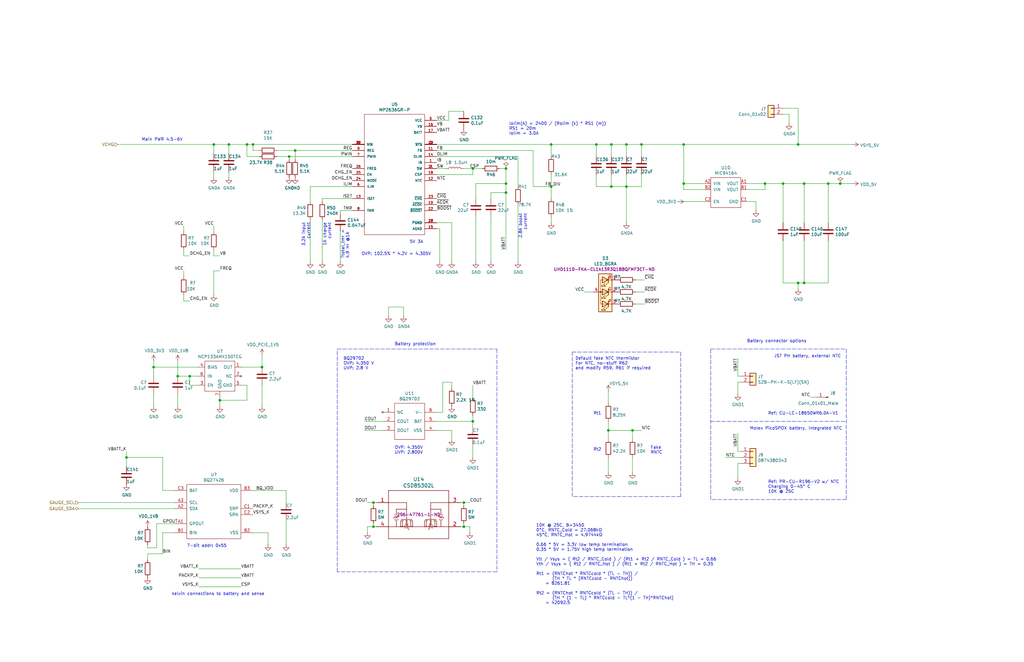
<source format=kicad_sch>
(kicad_sch (version 20231120) (generator "eeschema") (generator_version "8.0")
  (paper "USLedger")
  (title_block (title "kimχ micro") (date "2024-12-19") (rev "1.0") (company "GroupGets, LLC") (comment 2 "https://www.ohwr.org/project/cernohl/wikis/Documents/CERN-OHL-version-2") (comment 3 "Licensed CERN-OHL-S V.2") (comment 4 "Copyright © 2020 GroupGets, LLC"))
  (junction (at 288.29 60.96))
  (junction (at 339.09 119.38))
  (junction (at 92.71 168.91))
  (junction (at 110.49 154.94))
  (junction (at 213.36 77.47))
  (junction (at 264.16 78.74))
  (junction (at 322.58 77.47))
  (junction (at 121.92 66.04))
  (junction (at 64.77 154.94))
  (junction (at 157.48 222.25))
  (junction (at 349.25 77.47))
  (junction (at 106.68 60.96))
  (junction (at 96.52 60.96))
  (junction (at 199.39 71.12))
  (junction (at 257.81 78.74))
  (junction (at 270.51 60.96))
  (junction (at 232.41 60.96))
  (junction (at 213.36 81.28))
  (junction (at 195.58 222.25))
  (junction (at 256.54 181.61))
  (junction (at 354.33 77.47))
  (junction (at 199.39 177.8))
  (junction (at 257.81 60.96))
  (junction (at 195.58 212.09))
  (junction (at 288.29 77.47))
  (junction (at 53.34 193.04))
  (junction (at 339.09 77.47))
  (junction (at 124.46 63.5))
  (junction (at 74.93 158.75))
  (junction (at 90.17 60.96))
  (junction (at 232.41 78.74))
  (junction (at 336.55 119.38))
  (junction (at 213.36 71.12))
  (junction (at 251.46 60.96))
  (junction (at 157.48 212.09))
  (junction (at 80.01 158.75))
  (junction (at 336.55 60.96))
  (junction (at 104.14 60.96))
  (junction (at 330.2 77.47))
  (junction (at 266.7 181.61))
  (junction (at 264.16 60.96))
  (wire (pts (xy 218.44 110.49) (xy 218.44 86.36)))
  (wire (pts (xy 120.65 229.87) (xy 120.65 219.71)))
  (wire (pts (xy 110.49 154.94) (xy 101.6 154.94)))
  (polyline (pts (xy 299.72 147.32) (xy 356.87 147.32)) (stroke (width 0) (type dash)))
  (wire (pts (xy 251.46 60.96) (xy 257.81 60.96)))
  (wire (pts (xy 257.81 60.96) (xy 264.16 60.96)))
  (wire (pts (xy 157.48 222.25) (xy 158.75 222.25)))
  (wire (pts (xy 77.47 95.25) (xy 77.47 97.79)))
  (wire (pts (xy 148.59 66.04) (xy 121.92 66.04)))
  (wire (pts (xy 322.58 77.47) (xy 330.2 77.47)))
  (wire (pts (xy 200.66 91.44) (xy 200.66 110.49)))
  (wire (pts (xy 110.49 149.86) (xy 110.49 154.94)))
  (wire (pts (xy 189.23 46.99) (xy 195.58 46.99)))
  (wire (pts (xy 90.17 114.3) (xy 90.17 124.46)))
  (wire (pts (xy 74.93 171.45) (xy 74.93 166.37)))
  (wire (pts (xy 330.2 93.98) (xy 330.2 77.47)))
  (wire (pts (xy 101.6 162.56) (xy 104.14 162.56)))
  (wire (pts (xy 199.39 177.8) (xy 199.39 175.26)))
  (wire (pts (xy 339.09 119.38) (xy 336.55 119.38)))
  (wire (pts (xy 130.81 78.74) (xy 130.81 85.09)))
  (wire (pts (xy 199.39 71.12) (xy 203.2 71.12)))
  (wire (pts (xy 186.69 161.29) (xy 190.5 161.29)))
  (wire (pts (xy 106.68 63.5) (xy 106.68 60.96)))
  (polyline (pts (xy 209.55 147.32) (xy 209.55 241.3)) (stroke (width 0) (type dash)))
  (wire (pts (xy 92.71 107.95) (xy 90.17 107.95)))
  (wire (pts (xy 80.01 127) (xy 77.47 127)))
  (wire (pts (xy 92.71 171.45) (xy 92.71 168.91)))
  (wire (pts (xy 270.51 78.74) (xy 270.51 73.66)))
  (wire (pts (xy 96.52 60.96) (xy 104.14 60.96)))
  (wire (pts (xy 143.51 110.49) (xy 143.51 97.79)))
  (wire (pts (xy 190.5 110.49) (xy 190.5 93.98)))
  (wire (pts (xy 297.18 77.47) (xy 288.29 77.47)))
  (wire (pts (xy 257.81 78.74) (xy 251.46 78.74)))
  (polyline (pts (xy 241.3 148.59) (xy 287.02 148.59)) (stroke (width 0) (type dash)))
  (wire (pts (xy 184.15 50.8) (xy 189.23 50.8)))
  (wire (pts (xy 120.65 207.01) (xy 120.65 212.09)))
  (wire (pts (xy 143.51 88.9) (xy 143.51 90.17)))
  (wire (pts (xy 264.16 66.04) (xy 264.16 60.96)))
  (wire (pts (xy 190.5 185.42) (xy 190.5 181.61)))
  (wire (pts (xy 80.01 162.56) (xy 83.82 162.56)))
  (wire (pts (xy 256.54 185.42) (xy 256.54 181.61)))
  (wire (pts (xy 311.15 161.29) (xy 312.42 161.29)))
  (wire (pts (xy 288.29 60.96) (xy 336.55 60.96)))
  (wire (pts (xy 271.78 123.19) (xy 267.97 123.19)))
  (wire (pts (xy 195.58 222.25) (xy 194.31 222.25)))
  (wire (pts (xy 285.75 85.09) (xy 297.18 85.09)))
  (wire (pts (xy 359.41 60.96) (xy 336.55 60.96)))
  (wire (pts (xy 195.58 71.12) (xy 199.39 71.12)))
  (wire (pts (xy 90.17 64.77) (xy 90.17 60.96)))
  (wire (pts (xy 92.71 114.3) (xy 90.17 114.3)))
  (wire (pts (xy 90.17 97.79) (xy 90.17 95.25)))
  (wire (pts (xy 332.74 52.07) (xy 332.74 48.26)))
  (wire (pts (xy 49.53 60.96) (xy 90.17 60.96)))
  (wire (pts (xy 232.41 60.96) (xy 232.41 66.04)))
  (wire (pts (xy 266.7 199.39) (xy 266.7 193.04)))
  (polyline (pts (xy 209.55 241.3) (xy 142.24 241.3)) (stroke (width 0) (type dash)))
  (wire (pts (xy 83.82 247.65) (xy 101.6 247.65)))
  (wire (pts (xy 200.66 77.47) (xy 200.66 83.82)))
  (wire (pts (xy 199.39 71.12) (xy 199.39 73.66)))
  (wire (pts (xy 311.15 158.75) (xy 312.42 158.75)))
  (wire (pts (xy 154.94 222.25) (xy 157.48 222.25)))
  (wire (pts (xy 148.59 88.9) (xy 143.51 88.9)))
  (wire (pts (xy 199.39 162.56) (xy 199.39 167.64)))
  (wire (pts (xy 318.77 88.9) (xy 318.77 85.09)))
  (wire (pts (xy 359.41 77.47) (xy 354.33 77.47)))
  (wire (pts (xy 124.46 63.5) (xy 116.84 63.5)))
  (wire (pts (xy 264.16 78.74) (xy 270.51 78.74)))
  (wire (pts (xy 135.89 83.82) (xy 135.89 85.09)))
  (wire (pts (xy 349.25 101.6) (xy 349.25 119.38)))
  (wire (pts (xy 106.68 207.01) (xy 120.65 207.01)))
  (wire (pts (xy 198.12 222.25) (xy 195.58 222.25)))
  (wire (pts (xy 64.77 171.45) (xy 64.77 166.37)))
  (wire (pts (xy 332.74 48.26) (xy 330.2 48.26)))
  (wire (pts (xy 154.94 212.09) (xy 157.48 212.09)))
  (wire (pts (xy 200.66 77.47) (xy 213.36 77.47)))
  (wire (pts (xy 336.55 45.72) (xy 336.55 60.96)))
  (wire (pts (xy 154.94 224.79) (xy 154.94 222.25)))
  (wire (pts (xy 77.47 107.95) (xy 80.01 107.95)))
  (wire (pts (xy 153.67 181.61) (xy 161.29 181.61)))
  (wire (pts (xy 311.15 201.93) (xy 311.15 195.58)))
  (wire (pts (xy 267.97 118.11) (xy 271.78 118.11)))
  (wire (pts (xy 74.93 152.4) (xy 74.93 158.75)))
  (wire (pts (xy 157.48 213.36) (xy 157.48 212.09)))
  (wire (pts (xy 256.54 165.1) (xy 256.54 170.18)))
  (wire (pts (xy 257.81 78.74) (xy 264.16 78.74)))
  (wire (pts (xy 90.17 107.95) (xy 90.17 105.41)))
  (wire (pts (xy 83.82 240.03) (xy 101.6 240.03)))
  (wire (pts (xy 339.09 93.98) (xy 339.09 77.47)))
  (wire (pts (xy 184.15 60.96) (xy 232.41 60.96)))
  (wire (pts (xy 266.7 181.61) (xy 266.7 185.42)))
  (wire (pts (xy 264.16 73.66) (xy 264.16 78.74)))
  (wire (pts (xy 318.77 85.09) (xy 314.96 85.09)))
  (wire (pts (xy 157.48 220.98) (xy 157.48 222.25)))
  (wire (pts (xy 336.55 119.38) (xy 330.2 119.38)))
  (wire (pts (xy 339.09 77.47) (xy 330.2 77.47)))
  (wire (pts (xy 232.41 60.96) (xy 251.46 60.96)))
  (wire (pts (xy 104.14 66.04) (xy 104.14 60.96)))
  (wire (pts (xy 266.7 181.61) (xy 256.54 181.61)))
  (wire (pts (xy 251.46 66.04) (xy 251.46 60.96)))
  (wire (pts (xy 106.68 224.79) (xy 113.03 224.79)))
  (wire (pts (xy 104.14 162.56) (xy 104.14 168.91)))
  (wire (pts (xy 163.83 133.35) (xy 163.83 129.54)))
  (wire (pts (xy 148.59 83.82) (xy 135.89 83.82)))
  (wire (pts (xy 224.79 63.5) (xy 184.15 63.5)))
  (wire (pts (xy 62.23 231.14) (xy 66.04 231.14)))
  (wire (pts (xy 153.67 177.8) (xy 161.29 177.8)))
  (wire (pts (xy 113.03 224.79) (xy 113.03 229.87)))
  (wire (pts (xy 90.17 74.93) (xy 90.17 72.39)))
  (wire (pts (xy 264.16 60.96) (xy 270.51 60.96)))
  (wire (pts (xy 198.12 212.09) (xy 195.58 212.09)))
  (polyline (pts (xy 241.3 209.55) (xy 241.3 148.59)) (stroke (width 0) (type dash)))
  (polyline (pts (xy 356.87 210.82) (xy 299.72 210.82)) (stroke (width 0) (type dash)))
  (wire (pts (xy 207.01 83.82) (xy 207.01 81.28)))
  (wire (pts (xy 190.5 161.29) (xy 190.5 163.83)))
  (wire (pts (xy 349.25 77.47) (xy 339.09 77.47)))
  (wire (pts (xy 186.69 173.99) (xy 186.69 161.29)))
  (polyline (pts (xy 142.24 147.32) (xy 209.55 147.32)) (stroke (width 0) (type dash)))
  (wire (pts (xy 80.01 158.75) (xy 80.01 162.56)))
  (wire (pts (xy 314.96 80.01) (xy 322.58 80.01)))
  (wire (pts (xy 77.47 105.41) (xy 77.47 107.95)))
  (polyline (pts (xy 299.72 177.8) (xy 356.87 177.8)) (stroke (width 0) (type dash)))
  (wire (pts (xy 92.71 168.91) (xy 92.71 167.64)))
  (wire (pts (xy 83.82 243.84) (xy 101.6 243.84)))
  (wire (pts (xy 207.01 81.28) (xy 213.36 81.28)))
  (wire (pts (xy 130.81 110.49) (xy 130.81 92.71)))
  (wire (pts (xy 213.36 77.47) (xy 213.36 81.28)))
  (wire (pts (xy 256.54 199.39) (xy 256.54 193.04)))
  (wire (pts (xy 104.14 60.96) (xy 106.68 60.96)))
  (wire (pts (xy 232.41 93.98) (xy 232.41 91.44)))
  (wire (pts (xy 109.22 63.5) (xy 106.68 63.5)))
  (wire (pts (xy 148.59 63.5) (xy 124.46 63.5)))
  (wire (pts (xy 341.63 167.64) (xy 344.17 167.64)))
  (wire (pts (xy 96.52 74.93) (xy 96.52 72.39)))
  (wire (pts (xy 33.02 212.09) (xy 73.66 212.09)))
  (wire (pts (xy 199.39 177.8) (xy 199.39 180.34)))
  (polyline (pts (xy 287.02 209.55) (xy 241.3 209.55)) (stroke (width 0) (type dash)))
  (wire (pts (xy 83.82 154.94) (xy 64.77 154.94)))
  (wire (pts (xy 66.04 231.14) (xy 66.04 220.98)))
  (wire (pts (xy 68.58 224.79) (xy 68.58 233.68)))
  (wire (pts (xy 270.51 66.04) (xy 270.51 60.96)))
  (wire (pts (xy 184.15 173.99) (xy 186.69 173.99)))
  (wire (pts (xy 311.15 151.13) (xy 311.15 158.75)))
  (wire (pts (xy 330.2 101.6) (xy 330.2 119.38)))
  (wire (pts (xy 53.34 190.5) (xy 53.34 193.04)))
  (wire (pts (xy 311.15 182.88) (xy 311.15 190.5)))
  (wire (pts (xy 64.77 154.94) (xy 64.77 158.75)))
  (wire (pts (xy 170.18 129.54) (xy 170.18 133.35)))
  (wire (pts (xy 53.34 193.04) (xy 68.58 193.04)))
  (wire (pts (xy 62.23 229.87) (xy 62.23 231.14)))
  (wire (pts (xy 210.82 71.12) (xy 213.36 71.12)))
  (wire (pts (xy 199.39 193.04) (xy 199.39 187.96)))
  (wire (pts (xy 190.5 181.61) (xy 184.15 181.61)))
  (wire (pts (xy 195.58 212.09) (xy 194.31 212.09)))
  (polyline (pts (xy 356.87 147.32) (xy 356.87 210.82)) (stroke (width 0) (type dash)))
  (wire (pts (xy 77.47 124.46) (xy 77.47 127)))
  (wire (pts (xy 224.79 63.5) (xy 224.79 78.74)))
  (wire (pts (xy 53.34 193.04) (xy 53.34 196.85)))
  (wire (pts (xy 184.15 177.8) (xy 199.39 177.8)))
  (wire (pts (xy 207.01 91.44) (xy 207.01 110.49)))
  (wire (pts (xy 184.15 93.98) (xy 190.5 93.98)))
  (wire (pts (xy 33.02 214.63) (xy 73.66 214.63)))
  (wire (pts (xy 68.58 233.68) (xy 62.23 233.68)))
  (wire (pts (xy 64.77 152.4) (xy 64.77 154.94)))
  (wire (pts (xy 306.07 193.04) (xy 312.42 193.04)))
  (wire (pts (xy 270.51 181.61) (xy 266.7 181.61)))
  (wire (pts (xy 195.58 220.98) (xy 195.58 222.25)))
  (polyline (pts (xy 142.24 241.3) (xy 142.24 147.32)) (stroke (width 0) (type dash)))
  (wire (pts (xy 110.49 171.45) (xy 110.49 162.56)))
  (wire (pts (xy 106.68 60.96) (xy 148.59 60.96)))
  (wire (pts (xy 224.79 78.74) (xy 232.41 78.74)))
  (wire (pts (xy 77.47 114.3) (xy 77.47 116.84)))
  (wire (pts (xy 148.59 78.74) (xy 130.81 78.74)))
  (wire (pts (xy 232.41 78.74) (xy 232.41 83.82)))
  (wire (pts (xy 73.66 224.79) (xy 68.58 224.79)))
  (wire (pts (xy 163.83 129.54) (xy 170.18 129.54)))
  (wire (pts (xy 271.78 128.27) (xy 267.97 128.27)))
  (wire (pts (xy 121.92 67.31) (xy 121.92 66.04)))
  (wire (pts (xy 185.42 110.49) (xy 185.42 96.52)))
  (wire (pts (xy 184.15 96.52) (xy 185.42 96.52)))
  (wire (pts (xy 270.51 60.96) (xy 288.29 60.96)))
  (wire (pts (xy 198.12 224.79) (xy 198.12 222.25)))
  (wire (pts (xy 135.89 92.71) (xy 135.89 110.49)))
  (polyline (pts (xy 287.02 148.59) (xy 287.02 209.55)) (stroke (width 0) (type dash)))
  (wire (pts (xy 195.58 213.36) (xy 195.58 212.09)))
  (wire (pts (xy 109.22 66.04) (xy 104.14 66.04)))
  (wire (pts (xy 246.38 123.19) (xy 250.19 123.19)))
  (wire (pts (xy 257.81 78.74) (xy 257.81 73.66)))
  (wire (pts (xy 68.58 193.04) (xy 68.58 207.01)))
  (wire (pts (xy 80.01 158.75) (xy 74.93 158.75)))
  (wire (pts (xy 66.04 220.98) (xy 73.66 220.98)))
  (wire (pts (xy 189.23 50.8) (xy 189.23 46.99)))
  (wire (pts (xy 314.96 77.47) (xy 322.58 77.47)))
  (wire (pts (xy 124.46 67.31) (xy 124.46 63.5)))
  (polyline (pts (xy 299.72 210.82) (xy 299.72 147.32)) (stroke (width 0) (type dash)))
  (wire (pts (xy 104.14 168.91) (xy 92.71 168.91)))
  (wire (pts (xy 157.48 212.09) (xy 158.75 212.09)))
  (wire (pts (xy 288.29 80.01) (xy 297.18 80.01)))
  (wire (pts (xy 264.16 93.98) (xy 264.16 78.74)))
  (wire (pts (xy 96.52 64.77) (xy 96.52 60.96)))
  (wire (pts (xy 311.15 195.58) (xy 312.42 195.58)))
  (wire (pts (xy 349.25 119.38) (xy 339.09 119.38)))
  (wire (pts (xy 90.17 60.96) (xy 96.52 60.96)))
  (wire (pts (xy 311.15 190.5) (xy 312.42 190.5)))
  (wire (pts (xy 322.58 80.01) (xy 322.58 77.47)))
  (wire (pts (xy 288.29 77.47) (xy 288.29 80.01)))
  (wire (pts (xy 218.44 66.04) (xy 184.15 66.04)))
  (wire (pts (xy 199.39 73.66) (xy 184.15 73.66)))
  (wire (pts (xy 62.23 233.68) (xy 62.23 236.22)))
  (wire (pts (xy 339.09 101.6) (xy 339.09 119.38)))
  (wire (pts (xy 218.44 78.74) (xy 218.44 66.04)))
  (wire (pts (xy 336.55 119.38) (xy 336.55 121.92)))
  (wire (pts (xy 257.81 66.04) (xy 257.81 60.96)))
  (wire (pts (xy 213.36 71.12) (xy 213.36 77.47)))
  (wire (pts (xy 311.15 166.37) (xy 311.15 161.29)))
  (wire (pts (xy 83.82 158.75) (xy 80.01 158.75)))
  (wire (pts (xy 184.15 71.12) (xy 187.96 71.12)))
  (wire (pts (xy 232.41 73.66) (xy 232.41 78.74)))
  (wire (pts (xy 288.29 60.96) (xy 288.29 77.47)))
  (wire (pts (xy 68.58 207.01) (xy 73.66 207.01)))
  (wire (pts (xy 256.54 181.61) (xy 256.54 177.8)))
  (wire (pts (xy 330.2 45.72) (xy 336.55 45.72)))
  (wire (pts (xy 354.33 77.47) (xy 349.25 77.47)))
  (wire (pts (xy 121.92 66.04) (xy 116.84 66.04)))
  (wire (pts (xy 251.46 78.74) (xy 251.46 73.66)))
  (wire (pts (xy 213.36 81.28) (xy 213.36 105.41)))
  (wire (pts (xy 349.25 93.98) (xy 349.25 77.47)))
  (text "Ref: PR-CU-R196-V2 w/ NTC\nCharging 0-45° C\n10K @ 25C" (at 323.85 208.28 0) (effects (font (size 1.27 1.27)) (justify left bottom)))
  (text "5V 3A" (at 172.72 102.87 0) (effects (font (size 1.27 1.27)) (justify left bottom)))
  (text "Rt1" (at 250.19 175.26 0) (effects (font (size 1.27 1.27)) (justify left bottom)))
  (text "Main PWR 4.5-6V" (at 59.69 59.69 0) (effects (font (size 1.27 1.27)) (justify left bottom)))
  (text "10K @ 25C, B=3450\n0°C, RNTC_Cold = 27.068kΩ\n45°C, RNTC_Hot = 4.9744kΩ\n\n0.66 * 5V = 3.3V low temp termination\n0.35 * 5V = 1.75V high temp termination\n\nVtl / Vsys = ( Rt2 / RNTC_Cold ) / (Rt1 + Rt2 / RNTC_Cold ) = TL = 0.66\nVth / Vsys = ( Rt2 / RNTC_Hot ) / (Rt1 + Rt2 / RNTC_Hot ) = TH = 0.35\n\nRt1 = (RNTChot * RNTCcold * (TL - TH)) /\n       (TH * TL * (RNTCcold - RNTChot))\n    = 8261.81\n\nRt2 = (RNTChot * RNTCcold * (TL - TH)) /\n       (TH * (1 - TL) * RNTCcold - TL*(1 - TH)*RNTChot)\n    = 42092.5\n" (at 226.06 255.27 0) (effects (font (size 1.27 1.27)) (justify left bottom)))
  (text "Molex PicoSPOX battery, integrated NTC" (at 316.23 181.61 0) (effects (font (size 1.27 1.27)) (justify left bottom)))
  (text "7-bit addr: 0x55" (at 78.74 231.14 0) (effects (font (size 1.27 1.27)) (justify left bottom)))
  (text "2.8A boost\ncurrent" (at 222.25 90.17 90) (effects (font (size 1.27 1.27)) (justify right bottom)))
  (text "OVP: 4.350V\nUVP: 2.800V" (at 166.37 191.77 0) (effects (font (size 1.27 1.27)) (justify left bottom)))
  (text "1A charge\ncurrent" (at 139.7 93.98 90) (effects (font (size 1.27 1.27)) (justify right bottom)))
  (text "Ttotal_tmr =\n4.9 Hr @1A" (at 147.32 109.22 90) (effects (font (size 1.27 1.27)) (justify left bottom)))
  (text "Battery connector options" (at 314.96 144.78 0) (effects (font (size 1.27 1.27)) (justify left bottom)))
  (text "Fake\nRNTC" (at 274.32 191.77 0) (effects (font (size 1.27 1.27)) (justify left bottom)))
  (text "Ref: CU-LC-18650WR6.0A-V1" (at 323.85 175.26 0) (effects (font (size 1.27 1.27)) (justify left bottom)))
  (text "Iolim(A) = 2400 / (Rolim (k) * RS1 (m))\nRS1 = 20m\nIolim = 3.0A" (at 214.63 57.15 0) (effects (font (size 1.27 1.27)) (justify left bottom)))
  (text "OVP: 102.5% * 4.2V = 4.305V" (at 152.4 107.95 0) (effects (font (size 1.27 1.27)) (justify left bottom)))
  (text "3.2A input\ncurrent" (at 130.81 93.98 90) (effects (font (size 1.27 1.27)) (justify right bottom)))
  (text "Rt2" (at 250.19 190.5 0) (effects (font (size 1.27 1.27)) (justify left bottom)))
  (text "Default fake NTC thermistor\nFor NTC, no-stuff R62\nand modify R59, R61 if required" (at 242.57 156.21 0) (effects (font (size 1.27 1.27)) (justify left bottom)))
  (text "BQ29702\nOVP: 4.350 V\nUVP: 2.8 V" (at 144.78 156.21 0) (effects (font (size 1.27 1.27)) (justify left bottom)))
  (text "JST PH battery, external NTC" (at 326.39 151.13 0) (effects (font (size 1.27 1.27)) (justify left bottom)))
  (text "kelvin connections to battery and sense" (at 72.39 251.46 0) (effects (font (size 1.27 1.27)) (justify left bottom)))
  (text "Battery protection" (at 166.37 146.05 0) (effects (font (size 1.27 1.27)) (justify left bottom)))
  (label "VBATT" (at 101.6 243.84 0))
  (label "VCC" (at 184.15 50.8 0))
  (label "VCC" (at 77.47 114.3 180))
  (label "PACKP_K" (at 106.68 214.63 0))
  (label "VBATT_K" (at 53.34 190.5 180))
  (label "VBATT" (at 311.15 182.88 270))
  (label "ISET" (at 148.59 83.82 180))
  (label "~{BOOST}" (at 271.78 128.27 0))
  (label "VBATT" (at 184.15 55.88 0))
  (label "ILIM" (at 148.59 78.74 180))
  (label "CHG_EN" (at 80.01 127 0))
  (label "~{ACOK}" (at 184.15 86.36 0))
  (label "IB" (at 184.15 68.58 0))
  (label "FB_DIV" (at 229.87 78.74 0))
  (label "~{CHG}" (at 184.15 83.82 0))
  (label "VCC" (at 77.47 95.25 180))
  (label "~{CHG}" (at 271.78 118.11 0))
  (label "VSYS_K" (at 106.68 217.17 0))
  (label "VBATT_K" (at 83.82 240.03 180))
  (label "~{ACOK}" (at 271.78 123.19 0))
  (label "OLIM" (at 184.15 66.04 0))
  (label "VBATT" (at 213.36 105.41 90))
  (label "PACKP_K" (at 83.82 243.84 180))
  (label "NTC" (at 341.63 167.64 180))
  (label "VBATT" (at 311.15 151.13 270))
  (label "CHG_EN" (at 148.59 73.66 180))
  (label "VCC" (at 90.17 95.25 180))
  (label "CSP" (at 101.6 247.65 0))
  (label "GPOUT" (at 68.58 220.98 0))
  (label "VB" (at 184.15 53.34 0))
  (label "COUT" (at 153.67 177.8 0))
  (label "VBATT" (at 199.39 162.56 0))
  (label "VSYS_K" (at 83.82 247.65 180))
  (label "VBATT" (at 101.6 240.03 0))
  (label "TMR" (at 148.59 88.9 180))
  (label "NTC" (at 184.15 76.2 0))
  (label "PWIN" (at 148.59 66.04 180))
  (label "SW" (at 184.15 71.12 0))
  (label "REG" (at 148.59 63.5 180))
  (label "BQ_VDD" (at 107.95 207.01 0))
  (label "DCHG_EN" (at 148.59 76.2 180))
  (label "NTC" (at 270.51 181.61 0))
  (label "FB" (at 184.15 63.5 0))
  (label "DCHG_EN" (at 80.01 107.95 0))
  (label "DOUT" (at 154.94 212.09 180))
  (label "~{BOOST}" (at 184.15 88.9 0))
  (label "NTC" (at 306.07 193.04 0))
  (label "FREQ" (at 148.59 71.12 180))
  (label "FREQ" (at 92.71 114.3 0))
  (label "VCC" (at 246.38 123.19 180))
  (label "VB" (at 92.71 107.95 0))
  (label "BIN" (at 68.58 233.68 0))
  (label "CSP" (at 198.12 71.12 0))
  (label "DOUT" (at 153.67 181.61 0))
  (label "COUT" (at 198.12 212.09 0))
  (hierarchical_label "GAUGE_SCL" (shape input) (at 33.02 212.09 180))
  (hierarchical_label "VCHG" (shape input) (at 49.53 60.96 180))
  (hierarchical_label "GAUGE_SDA" (shape bidirectional) (at 33.02 214.63 180))
  (symbol (lib_id "mxenc:VSYS_5V") (at 359.41 60.96 270) (unit 1)
    (property "Reference" "#PWR0140" (effects (hide yes)))
    (property "Value" "VSYS_5V" (at 362.6612 61.341 90) (effects (justify left)))
  )
  (symbol (lib_id "mxenc:VDD_1V8") (at 74.93 152.4 0) (unit 1)
    (property "Reference" "#PWR?" (effects (hide yes)))
    (property "Value" "VDD_1V8" (at 75.311 148.0058 0))
    (instances (project "" (path "" (reference "#PWR?") (unit 1)) (path "" (reference "#PWR0164") (unit 1))))
  )
  (symbol (lib_id "power:GND") (at 92.71 171.45 0) (unit 1)
    (property "Reference" "#PWR?" (effects (hide yes)))
    (property "Value" "GND" (at 92.837 175.8442 0))
    (instances (project "" (path "" (reference "#PWR?") (unit 1)) (path "" (reference "#PWR0169") (unit 1))))
  )
  (symbol (lib_id "mxenc:VDD_PCIE_1V5") (at 110.49 149.86 0) (unit 1)
    (property "Reference" "#PWR?" (effects (hide yes)))
    (property "Value" "VDD_PCIE_1V5" (at 110.871 145.4658 0))
    (instances (project "" (path "" (reference "#PWR?") (unit 1)) (path "" (reference "#PWR0162") (unit 1))))
  )
  (symbol (lib_id "Device:C") (at 74.93 162.56 180) (unit 1)
    (property "Reference" "C?" (at 77.851 161.3916 0) (effects (justify right)))
    (property "Value" "1uF" (at 77.851 163.703 0) (effects (justify right)))
    (property "Footprint" "Capacitor_SMD:C_0402_1005Metric" (effects (hide yes)))
    (property "Mfgr" "Murata" (effects (hide yes)))
    (property "Vendorpart" "490-12699-1-ND" (effects (hide yes)))
    (property "Mfgrpart" "GRM155C81A105KA12D" (effects (hide yes)))
    (instances (project "" (path "" (reference "C?") (unit 1)) (path "" (reference "C151") (unit 1))))
  )
  (symbol (lib_id "power:GND") (at 74.93 171.45 0) (unit 1)
    (property "Reference" "#PWR?" (effects (hide yes)))
    (property "Value" "GND" (at 75.057 175.8442 0))
    (instances (project "" (path "" (reference "#PWR?") (unit 1)) (path "" (reference "#PWR0168") (unit 1))))
  )
  (symbol (lib_id "mxenc:NCP133AMX150TCG") (at 92.71 151.13 0) (unit 1)
    (property "Reference" "U?" (at 92.71 148.209 0))
    (property "Value" "NCP133AMX150TCG" (at 92.71 150.5204 0))
    (property "Footprint" "mxenc:XDFN6_1.20x1.20_0.40P" (effects (hide yes)))
    (property "Vendorpart" "NCP133AMX150TCGOSCT-ND" (effects (hide yes)))
    (property "Mfgr" "ON" (effects (hide yes)))
    (property "Mfgrpart" "NCP133AMX150TCG" (effects (hide yes)))
    (instances (project "" (path "" (reference "U?") (unit 1)) (path "" (reference "U6") (unit 1))))
  )
  (symbol (lib_id "Device:C") (at 64.77 162.56 180) (unit 1)
    (property "Reference" "C?" (at 61.8744 161.3916 0) (effects (justify left)))
    (property "Value" "0.1uF" (at 61.8744 163.703 0) (effects (justify left)))
    (property "Footprint" "Capacitor_SMD:C_0201_0603Metric" (effects (hide yes)))
    (property "Mfgr" "Murata" (effects (hide yes)))
    (property "Vendorpart" "490-10390-1-ND" (effects (hide yes)))
    (property "Mfgrpart" "GRM033C80J104KE15D" (effects (hide yes)))
    (instances (project "" (path "" (reference "C?") (unit 1)) (path "" (reference "C150") (unit 1))))
  )
  (symbol (lib_id "power:GND") (at 64.77 171.45 0) (unit 1)
    (property "Reference" "#PWR?" (effects (hide yes)))
    (property "Value" "GND" (at 64.897 175.8442 0))
    (instances (project "" (path "" (reference "#PWR?") (unit 1)) (path "" (reference "#PWR0167") (unit 1))))
  )
  (symbol (lib_id "Device:C") (at 110.49 158.75 180) (unit 1)
    (property "Reference" "C?" (at 113.411 157.5816 0) (effects (justify right)))
    (property "Value" "2.2uF" (at 113.411 159.893 0) (effects (justify right)))
    (property "Footprint" "Capacitor_SMD:C_0402_1005Metric" (effects (hide yes)))
    (property "Mfgr" "Murata" (effects (hide yes)))
    (property "Vendorpart" "490-10013-1-ND" (effects (hide yes)))
    (property "Mfgrpart" "GRM155C80J225ME95D" (effects (hide yes)))
    (instances (project "" (path "" (reference "C?") (unit 1)) (path "" (reference "C149") (unit 1))))
  )
  (symbol (lib_id "power:GND") (at 110.49 171.45 0) (unit 1)
    (property "Reference" "#PWR?" (effects (hide yes)))
    (property "Value" "GND" (at 110.617 175.8442 0))
    (instances (project "" (path "" (reference "#PWR?") (unit 1)) (path "" (reference "#PWR0170") (unit 1))))
  )
  (symbol (lib_id "mxenc:VDD_3V3") (at 64.77 152.4 0) (unit 1)
    (property "Reference" "#PWR0163" (effects (hide yes)))
    (property "Value" "VDD_3V3" (at 65.151 148.0058 0))
  )
  (symbol (lib_id "Connector_Generic:Conn_01x02") (at 317.5 158.75 0) (unit 1)
    (property "Reference" "J?" (at 319.532 158.9532 0) (effects (justify left)))
    (property "Value" "S2B-PH-K-S(LF)(SN)" (at 319.532 161.2646 0) (effects (justify left)))
    (property "Footprint" "Connector_JST:JST_PH_S2B-PH-K_1x02_P2.00mm_Horizontal" (effects (hide yes)))
    (property "Mfgr" "JST" (effects (hide yes)))
    (property "Vendorpart" "455-1719-ND" (effects (hide yes)))
    (property "Mfgrpart" "S2B-PH-K-S(LF)(SN)" (effects (hide yes)))
    (instances (project "" (path "" (reference "J?") (unit 1)) (path "" (reference "J7") (unit 1))))
  )
  (symbol (lib_id "power:GND") (at 154.94 224.79 0) (unit 1)
    (property "Reference" "#PWR0166" (effects (hide yes)))
    (property "Value" "GND" (at 155.067 229.1842 0))
  )
  (symbol (lib_id "Device:R") (at 135.89 88.9 0) (unit 1)
    (property "Reference" "R50" (at 137.668 87.7316 0) (effects (justify left)))
    (property "Value" "240K" (at 137.668 90.043 0) (effects (justify left)))
    (property "Footprint" "Resistor_SMD:R_0201_0603Metric" (effects (hide yes)))
    (property "Vendorpart" "YAG2527TR-ND" (effects (hide yes)))
    (property "Mfgr" "Yageo" (effects (hide yes)))
    (property "Mfgrpart" "RC0201FR-07240KL" (effects (hide yes)))
  )
  (symbol (lib_id "Device:C") (at 195.58 50.8 0) (unit 1)
    (property "Reference" "C132" (at 198.501 49.6316 0) (effects (justify left)))
    (property "Value" "0.1uF" (at 198.501 51.943 0) (effects (justify left)))
    (property "Footprint" "Capacitor_SMD:C_0402_1005Metric" (effects (hide yes)))
    (property "Mfgr" "Murata" (effects (hide yes)))
    (property "Vendorpart" "490-14603-1-ND" (effects (hide yes)))
    (property "Mfgrpart" "GRM155R71E104KE14J" (effects (hide yes)))
  )
  (symbol (lib_id "power:GND") (at 185.42 110.49 0) (unit 1)
    (property "Reference" "#PWR0152" (effects (hide yes)))
    (property "Value" "GND" (at 185.547 114.8842 0))
  )
  (symbol (lib_id "Device:L") (at 191.77 71.12 90) (unit 1)
    (property "Reference" "L8" (at 189.23 68.58 90))
    (property "Value" "1.5uH" (at 194.31 68.58 90))
    (property "Footprint" "Inductor_SMD:L_Wuerth_MAPI-4020" (effects (hide yes)))
    (property "Vendorpart" "732-11199-1-ND" (effects (hide yes)))
    (property "Mfgr" "Würth" (effects (hide yes)))
    (property "Mfgrpart" "74438357015" (effects (hide yes)))
  )
  (symbol (lib_id "power:GND") (at 232.41 93.98 0) (unit 1)
    (property "Reference" "#PWR0147" (effects (hide yes)))
    (property "Value" "GND" (at 232.537 98.3742 0))
  )
  (symbol (lib_id "Device:R") (at 232.41 69.85 180) (unit 1)
    (property "Reference" "R43" (at 232.41 66.04 0) (effects (justify right)))
    (property "Value" "31.6K" (at 233.68 73.66 0) (effects (justify right)))
    (property "Footprint" "Resistor_SMD:R_0201_0603Metric" (effects (hide yes)))
    (property "Vendorpart" "YAG2597CT-ND" (effects (hide yes)))
    (property "Mfgr" "Yageo" (effects (hide yes)))
    (property "Mfgrpart" "RC0201FR-0731K6L" (effects (hide yes)))
  )
  (symbol (lib_id "mxenc:VDD_5V") (at 359.41 77.47 270) (unit 1)
    (property "Reference" "#PWR0145" (effects (hide yes)))
    (property "Value" "VDD_5V" (at 362.6612 77.851 90) (effects (justify left)))
  )
  (symbol (lib_id "Device:C") (at 349.25 97.79 0) (unit 1)
    (property "Reference" "C147" (at 352.171 96.6216 0) (effects (justify left)))
    (property "Value" "100uF" (at 352.171 98.933 0) (effects (justify left)))
    (property "Footprint" "Capacitor_SMD:C_1210_3225Metric" (effects (hide yes)))
    (property "Mfgr" "Murata" (effects (hide yes)))
    (property "Vendorpart" "490-10530-1-ND" (effects (hide yes)))
    (property "Mfgrpart" "GRM32EC70J107ME15L" (effects (hide yes)))
  )
  (symbol (lib_id "Device:C") (at 330.2 97.79 0) (unit 1)
    (property "Reference" "C145" (at 333.121 96.6216 0) (effects (justify left)))
    (property "Value" "1uF" (at 333.121 98.933 0) (effects (justify left)))
    (property "Footprint" "Capacitor_SMD:C_0402_1005Metric" (effects (hide yes)))
    (property "Mfgr" "Murata" (effects (hide yes)))
    (property "Vendorpart" "490-12699-1-ND" (effects (hide yes)))
    (property "Mfgrpart" "GRM155C81A105KA12D" (effects (hide yes)))
  )
  (symbol (lib_id "Device:C") (at 339.09 97.79 0) (unit 1)
    (property "Reference" "C146" (at 342.011 96.6216 0) (effects (justify left)))
    (property "Value" "10uF" (at 342.011 98.933 0) (effects (justify left)))
    (property "Footprint" "Capacitor_SMD:C_0805_2012Metric" (effects (hide yes)))
    (property "Mfgr" "Samsung" (effects (hide yes)))
    (property "Vendorpart" "1276-3025-1-ND" (effects (hide yes)))
    (property "Mfgrpart" "CL21X106KPYNNNE" (effects (hide yes)))
  )
  (symbol (lib_id "power:GND") (at 336.55 121.92 0) (unit 1)
    (property "Reference" "#PWR0157" (effects (hide yes)))
    (property "Value" "GND" (at 336.677 126.3142 0))
  )
  (symbol (lib_id "mxenc:VDD_3V3") (at 285.75 85.09 270) (unit 1)
    (property "Reference" "#PWR0156" (effects (hide yes)))
    (property "Value" "VDD_3V3" (at 276.86 85.09 90) (effects (justify left)))
  )
  (symbol (lib_id "power:PWR_FLAG") (at 354.33 77.47 0) (unit 1)
    (property "Reference" "#FLG09" (effects (hide yes)))
    (property "Value" "PWR_FLAG" (at 354.33 73.0758 0))
  )
  (symbol (lib_id "mxenc:MP2636GR-P") (at 166.37 73.66 0) (unit 1)
    (property "Reference" "U5" (at 166.37 44.069 0))
    (property "Value" "MP2636GR-P" (at 166.37 46.3804 0))
    (property "Footprint" "mxenc:IC_MP2636GR-P" (effects (hide yes)))
    (property "Mfgr" "Monolithic Power" (effects (hide yes)))
    (property "Vendorpart" "1589-1616-1-ND" (effects (hide yes)))
    (property "Mfgrpart" "MP2636GR-Z" (effects (hide yes)))
  )
  (symbol (lib_id "Device:R") (at 218.44 82.55 180) (unit 1)
    (property "Reference" "R41" (at 218.44 78.74 0) (effects (justify right)))
    (property "Value" "78.7K" (at 218.44 86.36 0) (effects (justify right)))
    (property "Footprint" "Resistor_SMD:R_0201_0603Metric" (effects (hide yes)))
    (property "Vendorpart" "RMCF0201FT78K7CT-ND" (effects (hide yes)))
    (property "Mfgr" "Stackpole Electronics Inc" (effects (hide yes)))
    (property "Mfgrpart" "RMCF0201FT78K7" (effects (hide yes)))
  )
  (symbol (lib_id "power:GND") (at 218.44 110.49 0) (unit 1)
    (property "Reference" "#PWR0146" (effects (hide yes)))
    (property "Value" "GND" (at 218.567 114.8842 0))
  )
  (symbol (lib_id "Device:C") (at 200.66 87.63 180) (unit 1)
    (property "Reference" "C?" (at 197.7644 86.4616 0) (effects (justify left)))
    (property "Value" "22uF" (at 197.7644 88.773 0) (effects (justify left)))
    (property "Footprint" "Capacitor_SMD:C_0603_1608Metric" (effects (hide yes)))
    (property "Mfgr" "Murata" (effects (hide yes)))
    (property "Vendorpart" "490-10471-1-ND" (effects (hide yes)))
    (property "Mfgrpart" "GRM188C80J226ME15D" (effects (hide yes)))
    (instances (project "" (path "" (reference "C?") (unit 1)) (path "" (reference "C142") (unit 1))))
  )
  (symbol (lib_id "Device:C") (at 207.01 87.63 180) (unit 1)
    (property "Reference" "C?" (at 209.931 86.4616 0) (effects (justify right)))
    (property "Value" "22uF" (at 209.931 88.773 0) (effects (justify right)))
    (property "Footprint" "Capacitor_SMD:C_0603_1608Metric" (effects (hide yes)))
    (property "Mfgr" "Murata" (effects (hide yes)))
    (property "Vendorpart" "490-10471-1-ND" (effects (hide yes)))
    (property "Mfgrpart" "GRM188C80J226ME15D" (effects (hide yes)))
    (instances (project "" (path "" (reference "C?") (unit 1)) (path "" (reference "C143") (unit 1))))
  )
  (symbol (lib_id "power:GND") (at 207.01 110.49 0) (unit 1)
    (property "Reference" "#PWR0155" (effects (hide yes)))
    (property "Value" "GND" (at 207.137 114.8842 0))
  )
  (symbol (lib_id "power:GND") (at 200.66 110.49 0) (unit 1)
    (property "Reference" "#PWR0154" (effects (hide yes)))
    (property "Value" "GND" (at 200.787 114.8842 0))
  )
  (symbol (lib_id "power:GND") (at 135.89 110.49 0) (unit 1)
    (property "Reference" "#PWR0150" (effects (hide yes)))
    (property "Value" "GND" (at 136.017 114.8842 0))
  )
  (symbol (lib_id "power:PWR_FLAG") (at 213.36 71.12 0) (unit 1)
    (property "Reference" "#FLG08" (effects (hide yes)))
    (property "Value" "PWR_FLAG" (at 213.36 66.7258 0))
  )
  (symbol (lib_id "Device:R") (at 207.01 71.12 270) (unit 1)
    (property "Reference" "R46" (at 207.01 73.66 90))
    (property "Value" "10m" (at 207.01 68.1736 90))
    (property "Footprint" "Resistor_SMD:R_1206_3216Metric" (effects (hide yes)))
    (property "Vendorpart" "P0.01BVCT-ND" (effects (hide yes)))
    (property "Mfgr" "Panasonic" (effects (hide yes)))
    (property "Mfgrpart" "ERJ-8CWFR010V" (effects (hide yes)))
  )
  (symbol (lib_id "Device:R") (at 130.81 88.9 0) (unit 1)
    (property "Reference" "R49" (at 129.0574 87.7316 0) (effects (justify right)))
    (property "Value" "13.3K" (at 129.0574 90.043 0) (effects (justify right)))
    (property "Footprint" "Resistor_SMD:R_0201_0603Metric" (effects (hide yes)))
    (property "Vendorpart" "YAG2399CT-ND" (effects (hide yes)))
    (property "Mfgr" "Yageo" (effects (hide yes)))
    (property "Mfgrpart" "RC0201FR-0713K3L" (effects (hide yes)))
  )
  (symbol (lib_id "power:GND") (at 130.81 110.49 0) (unit 1)
    (property "Reference" "#PWR0149" (effects (hide yes)))
    (property "Value" "GND" (at 130.937 114.8842 0))
  )
  (symbol (lib_id "power:GND") (at 143.51 110.49 0) (unit 1)
    (property "Reference" "#PWR0151" (effects (hide yes)))
    (property "Value" "GND" (at 143.637 114.8842 0))
  )
  (symbol (lib_id "Device:C") (at 143.51 93.98 0) (unit 1)
    (property "Reference" "C144" (at 146.431 92.8116 0) (effects (justify left)))
    (property "Value" "0.047uF" (at 146.431 95.123 0) (effects (justify left)))
    (property "Footprint" "Capacitor_SMD:C_0402_1005Metric" (effects (hide yes)))
    (property "Mfgr" "Murata" (effects (hide yes)))
    (property "Vendorpart" "490-1316-1-ND" (effects (hide yes)))
    (property "Mfgrpart" "GRM155R71A473KA01D" (effects (hide yes)))
  )
  (symbol (lib_id "Device:R") (at 113.03 66.04 270) (unit 1)
    (property "Reference" "R38" (at 113.03 68.58 90))
    (property "Value" "23.7K" (at 107.95 68.58 90))
    (property "Footprint" "Resistor_SMD:R_0201_0603Metric" (effects (hide yes)))
    (property "Vendorpart" "YAG2524CT-ND" (effects (hide yes)))
    (property "Mfgr" "Yageo" (effects (hide yes)))
    (property "Mfgrpart" "RC0201FR-0723K7L" (effects (hide yes)))
  )
  (symbol (lib_id "Device:R") (at 113.03 63.5 270) (unit 1)
    (property "Reference" "R37" (at 113.03 55.9562 90))
    (property "Value" "15K" (at 113.03 58.2676 90))
    (property "Footprint" "Resistor_SMD:R_0201_0603Metric" (effects (hide yes)))
    (property "Vendorpart" "YAG2423CT-ND" (effects (hide yes)))
    (property "Mfgr" "Yageo" (effects (hide yes)))
    (property "Mfgrpart" "RC0201FR-0715KL" (effects (hide yes)))
  )
  (symbol (lib_id "Device:R") (at 121.92 71.12 180) (unit 1)
    (property "Reference" "R44" (at 120.1674 69.9516 0) (effects (justify left)))
    (property "Value" "5.1K" (at 120.1674 72.263 0) (effects (justify left)))
    (property "Footprint" "Resistor_SMD:R_0201_0603Metric" (effects (hide yes)))
    (property "Vendorpart" "YAG2741CT-ND" (effects (hide yes)))
    (property "Mfgr" "Yageo" (effects (hide yes)))
    (property "Mfgrpart" "RC0201FR-075K1L" (effects (hide yes)))
  )
  (symbol (lib_id "power:GND") (at 124.46 74.93 0) (unit 1)
    (property "Reference" "#PWR0144" (effects (hide yes)))
    (property "Value" "GND" (at 124.587 79.3242 0))
  )
  (symbol (lib_id "power:GND") (at 121.92 74.93 0) (unit 1)
    (property "Reference" "#PWR0143" (effects (hide yes)))
    (property "Value" "GND" (at 122.047 79.3242 0))
  )
  (symbol (lib_id "Device:C") (at 90.17 68.58 0) (unit 1)
    (property "Reference" "C133" (at 90.17 66.04 0) (effects (justify left)))
    (property "Value" "1uF" (at 90.17 71.12 0) (effects (justify left)))
    (property "Footprint" "Capacitor_SMD:C_0402_1005Metric" (effects (hide yes)))
    (property "Mfgr" "Murata" (effects (hide yes)))
    (property "Vendorpart" "490-12699-1-ND" (effects (hide yes)))
    (property "Mfgrpart" "GRM155C81A105KA12D" (effects (hide yes)))
  )
  (symbol (lib_id "Device:C") (at 96.52 68.58 0) (unit 1)
    (property "Reference" "C134" (at 96.52 66.04 0) (effects (justify left)))
    (property "Value" "1uF" (at 96.52 71.12 0) (effects (justify left)))
    (property "Footprint" "Capacitor_SMD:C_0402_1005Metric" (effects (hide yes)))
    (property "Mfgr" "Murata" (effects (hide yes)))
    (property "Vendorpart" "490-12699-1-ND" (effects (hide yes)))
    (property "Mfgrpart" "GRM155C81A105KA12D" (effects (hide yes)))
  )
  (symbol (lib_id "mxenc:BQ27426") (at 90.17 215.9 0) (unit 1)
    (property "Reference" "U?" (at 90.17 200.279 0))
    (property "Value" "BQ27426" (at 90.17 202.5904 0))
    (property "Footprint" "Package_BGA:BGA-9_1.6x1.6mm_Layout3x3_P0.5mm" (effects (hide yes)))
    (property "Vendorpart" "296-43359-1-ND" (effects (hide yes)))
    (property "Mfgr" "TI" (effects (hide yes)))
    (property "Mfgrpart" "BQ27426YZFR" (effects (hide yes)))
    (instances (project "" (path "" (reference "U?") (unit 1)) (path "" (reference "U12") (unit 1))))
  )
  (symbol (lib_id "power:GND") (at 113.03 229.87 0) (unit 1)
    (property "Reference" "#PWR0229" (effects (hide yes)))
    (property "Value" "GND" (at 113.157 234.2642 0))
  )
  (symbol (lib_id "Device:R") (at 77.47 120.65 0) (mirror x) (unit 1)
    (property "Reference" "R?" (at 82.55 119.38 0) (effects (justify right)))
    (property "Value" "10K" (at 82.55 121.92 0) (effects (justify right)))
    (property "Footprint" "Resistor_SMD:R_0201_0603Metric" (effects (hide yes)))
    (property "Mfgr" "Panasonic" (effects (hide yes)))
    (property "Vendorpart" "P123222CT-ND" (effects (hide yes)))
    (property "Mfgrpart" "ERJ-1GNJ103C" (effects (hide yes)))
    (instances (project "" (path "" (reference "R?") (unit 1)) (path "" (reference "R56") (unit 1))))
  )
  (symbol (lib_id "Device:R") (at 77.47 101.6 0) (mirror y) (unit 1)
    (property "Reference" "R?" (at 79.248 100.4316 0) (effects (justify right)))
    (property "Value" "10K" (at 79.248 102.743 0) (effects (justify right)))
    (property "Footprint" "Resistor_SMD:R_0201_0603Metric" (effects (hide yes)))
    (property "Mfgr" "Panasonic" (effects (hide yes)))
    (property "Vendorpart" "P123222CT-ND" (effects (hide yes)))
    (property "Mfgrpart" "ERJ-1GNJ103C" (effects (hide yes)))
    (instances (project "" (path "" (reference "R?") (unit 1)) (path "" (reference "R52") (unit 1))))
  )
  (symbol (lib_id "Device:R") (at 90.17 101.6 0) (mirror x) (unit 1)
    (property "Reference" "R?" (at 88.4174 100.4316 0) (effects (justify right)))
    (property "Value" "10K" (at 88.4174 102.743 0) (effects (justify right)))
    (property "Footprint" "Resistor_SMD:R_0201_0603Metric" (effects (hide yes)))
    (property "Mfgr" "Panasonic" (effects (hide yes)))
    (property "Vendorpart" "P123222CT-ND" (effects (hide yes)))
    (property "Mfgrpart" "ERJ-1GNJ103C" (effects (hide yes)))
    (instances (project "" (path "" (reference "R?") (unit 1)) (path "" (reference "R53") (unit 1))))
  )
  (symbol (lib_id "mxenc:BQ279XX") (at 172.72 177.8 0) (unit 1)
    (property "Reference" "U11" (at 172.72 165.989 0))
    (property "Value" "BQ29702" (at 172.72 168.3004 0))
    (property "Footprint" "Package_SON:WSON-6_1.5x1.5mm_P0.5mm" (effects (hide yes)))
    (property "Vendorpart" "296-39945-1-ND" (effects (hide yes)))
    (property "Mfgr" "TI" (effects (hide yes)))
    (property "Mfgrpart" "BQ29702DSER" (effects (hide yes)))
  )
  (symbol (lib_id "Device:R") (at 199.39 171.45 180) (unit 1)
    (property "Reference" "R?" (at 201.168 170.2816 0) (effects (justify right)))
    (property "Value" "330" (at 201.168 172.593 0) (effects (justify right)))
    (property "Footprint" "Resistor_SMD:R_0201_0603Metric" (effects (hide yes)))
    (property "Mfgr" "Yageo" (effects (hide yes)))
    (property "Vendorpart" "311-330NCT-ND" (effects (hide yes)))
    (property "Mfgrpart" "RC0201JR-07330RL" (effects (hide yes)))
    (instances (project "" (path "" (reference "R?") (unit 1)) (path "" (reference "R47") (unit 1))))
  )
  (symbol (lib_id "power:GND") (at 190.5 171.45 0) (unit 1)
    (property "Reference" "#PWR0231" (effects (hide yes)))
    (property "Value" "GND" (at 190.627 175.8442 0))
  )
  (symbol (lib_id "Device:R") (at 190.5 167.64 0) (unit 1)
    (property "Reference" "R?" (at 192.278 166.4716 0) (effects (justify left)))
    (property "Value" "2.2K 1%" (at 192.278 168.783 0) (effects (justify left)))
    (property "Footprint" "Resistor_SMD:R_0201_0603Metric" (effects (hide yes)))
    (property "Vendorpart" "YAG3422CT-ND" (effects (hide yes)))
    (property "Mfgr" "Yageo" (effects (hide yes)))
    (property "Mfgrpart" "AC0201FR-072K2L" (effects (hide yes)))
    (instances (project "" (path "" (reference "R?") (unit 1)) (path "" (reference "R39") (unit 1))))
  )
  (symbol (lib_id "power:GND") (at 195.58 54.61 0) (unit 1)
    (property "Reference" "#PWR0139" (effects (hide yes)))
    (property "Value" "GND" (at 195.707 59.0042 0))
  )
  (symbol (lib_id "Device:R") (at 62.23 240.03 0) (mirror x) (unit 1)
    (property "Reference" "R?" (at 60.4774 238.8616 0) (effects (justify right)))
    (property "Value" "10K" (at 60.4774 241.173 0) (effects (justify right)))
    (property "Footprint" "Resistor_SMD:R_0201_0603Metric" (effects (hide yes)))
    (property "Mfgr" "Panasonic" (effects (hide yes)))
    (property "Vendorpart" "P123222CT-ND" (effects (hide yes)))
    (property "Mfgrpart" "ERJ-1GNJ103C" (effects (hide yes)))
    (instances (project "" (path "" (reference "R?") (unit 1)) (path "" (reference "R51") (unit 1))))
  )
  (symbol (lib_id "power:GND") (at 90.17 124.46 0) (unit 1)
    (property "Reference" "#PWR0159" (effects (hide yes)))
    (property "Value" "GND" (at 90.297 128.8542 0))
  )
  (symbol (lib_id "Device:C") (at 53.34 200.66 0) (unit 1)
    (property "Reference" "C141" (at 53.34 198.12 0) (effects (justify left)))
    (property "Value" "1uF" (at 53.34 203.2 0) (effects (justify left)))
    (property "Footprint" "Capacitor_SMD:C_0402_1005Metric" (effects (hide yes)))
    (property "Mfgr" "Murata" (effects (hide yes)))
    (property "Vendorpart" "490-12699-1-ND" (effects (hide yes)))
    (property "Mfgrpart" "GRM155C81A105KA12D" (effects (hide yes)))
  )
  (symbol (lib_id "power:GND") (at 53.34 204.47 0) (unit 1)
    (property "Reference" "#PWR0235" (effects (hide yes)))
    (property "Value" "GND" (at 53.467 208.8642 0))
  )
  (symbol (lib_id "Device:R") (at 62.23 226.06 0) (mirror x) (unit 1)
    (property "Reference" "R?" (at 60.4774 224.8916 0) (effects (justify right)))
    (property "Value" "10K" (at 60.4774 227.203 0) (effects (justify right)))
    (property "Footprint" "Resistor_SMD:R_0201_0603Metric" (effects (hide yes)))
    (property "Mfgr" "Panasonic" (effects (hide yes)))
    (property "Vendorpart" "P123222CT-ND" (effects (hide yes)))
    (property "Mfgrpart" "ERJ-1GNJ103C" (effects (hide yes)))
    (instances (project "" (path "" (reference "R?") (unit 1)) (path "" (reference "R54") (unit 1))))
  )
  (symbol (lib_id "Device:C") (at 120.65 215.9 0) (unit 1)
    (property "Reference" "C?" (at 120.65 213.36 0) (effects (justify left)))
    (property "Value" "2.2uF" (at 120.65 218.44 0) (effects (justify left)))
    (property "Footprint" "Capacitor_SMD:C_0201_0603Metric" (effects (hide yes)))
    (property "Mfgr" "Murata" (effects (hide yes)))
    (property "Vendorpart" "490-18653-1-ND" (effects (hide yes)))
    (property "Mfgrpart" "GRM033D80E225ME47D" (effects (hide yes)))
    (instances (project "" (path "" (reference "C?") (unit 1)) (path "" (reference "C148") (unit 1))))
  )
  (symbol (lib_id "power:GND") (at 120.65 229.87 0) (unit 1)
    (property "Reference" "#PWR0237" (effects (hide yes)))
    (property "Value" "GND" (at 120.777 234.2642 0))
  )
  (symbol (lib_id "Device:C") (at 199.39 184.15 0) (unit 1)
    (property "Reference" "C?" (at 200.66 181.61 0))
    (property "Value" "0.1uF" (at 201.93 186.69 0))
    (property "Footprint" "Capacitor_SMD:C_0201_0603Metric" (effects (hide yes)))
    (property "Mfgr" "Murata" (effects (hide yes)))
    (property "Vendorpart" "490-10390-1-ND" (effects (hide yes)))
    (property "Mfgrpart" "GRM033C80J104KE15D" (effects (hide yes)))
    (instances (project "" (path "" (reference "C?") (unit 1)) (path "" (reference "C140") (unit 1))))
  )
  (symbol (lib_id "mxenc:VDD_1V8") (at 62.23 222.25 0) (unit 1)
    (property "Reference" "#PWR?" (effects (hide yes)))
    (property "Value" "VDD_1V8" (at 62.611 217.8558 0))
    (instances (project "" (path "" (reference "#PWR?") (unit 1)) (path "" (reference "#PWR0234") (unit 1))))
  )
  (symbol (lib_id "Device:C") (at 264.16 69.85 180) (unit 1)
    (property "Reference" "C?" (at 264.16 67.31 0) (effects (justify right)))
    (property "Value" "22uF" (at 264.16 72.39 0) (effects (justify right)))
    (property "Footprint" "Capacitor_SMD:C_0603_1608Metric" (effects (hide yes)))
    (property "Mfgr" "Murata" (effects (hide yes)))
    (property "Vendorpart" "490-10471-1-ND" (effects (hide yes)))
    (property "Mfgrpart" "GRM188C80J226ME15D" (effects (hide yes)))
    (instances (project "" (path "" (reference "C?") (unit 1)) (path "" (reference "C138") (unit 1))))
  )
  (symbol (lib_id "Device:C") (at 270.51 69.85 180) (unit 1)
    (property "Reference" "C?" (at 270.51 67.31 0) (effects (justify right)))
    (property "Value" "22uF" (at 270.51 72.39 0) (effects (justify right)))
    (property "Footprint" "Capacitor_SMD:C_0603_1608Metric" (effects (hide yes)))
    (property "Mfgr" "Murata" (effects (hide yes)))
    (property "Vendorpart" "490-10471-1-ND" (effects (hide yes)))
    (property "Mfgrpart" "GRM188C80J226ME15D" (effects (hide yes)))
    (instances (project "" (path "" (reference "C?") (unit 1)) (path "" (reference "C139") (unit 1))))
  )
  (symbol (lib_id "mxenc:MIC94164") (at 306.07 81.28 0) (unit 1)
    (property "Reference" "U10" (at 306.07 70.739 0))
    (property "Value" "MIC94164" (at 306.07 73.0504 0))
    (property "Footprint" "mxenc:BGA-6_3x2_1.5x1.0mm" (effects (hide yes)))
    (property "Vendorpart" "576-4455-1-ND" (effects (hide yes)))
    (property "Mfgr" "Microchip" (effects (hide yes)))
    (property "Mfgrpart" "MIC94164YCS-TR" (effects (hide yes)))
    (property "Alt PN" "NCP339BFCT2G" (effects (hide yes)))
  )
  (symbol (lib_id "power:GND") (at 318.77 88.9 0) (unit 1)
    (property "Reference" "#PWR0228" (effects (hide yes)))
    (property "Value" "GND" (at 318.897 93.2942 0))
  )
  (symbol (lib_id "Device:R") (at 124.46 71.12 180) (unit 1)
    (property "Reference" "R45" (at 126.238 69.9516 0) (effects (justify right)))
    (property "Value" "5.1K" (at 126.238 72.263 0) (effects (justify right)))
    (property "Footprint" "Resistor_SMD:R_0201_0603Metric" (effects (hide yes)))
    (property "Vendorpart" "YAG2741CT-ND" (effects (hide yes)))
    (property "Mfgr" "Yageo" (effects (hide yes)))
    (property "Mfgrpart" "RC0201FR-075K1L" (effects (hide yes)))
  )
  (symbol (lib_id "Device:C") (at 251.46 69.85 0) (unit 1)
    (property "Reference" "C136" (at 251.46 67.31 0) (effects (justify left)))
    (property "Value" "1uF" (at 251.46 72.39 0) (effects (justify left)))
    (property "Footprint" "Capacitor_SMD:C_0402_1005Metric" (effects (hide yes)))
    (property "Mfgr" "Murata" (effects (hide yes)))
    (property "Vendorpart" "490-12699-1-ND" (effects (hide yes)))
    (property "Mfgrpart" "GRM155C81A105KA12D" (effects (hide yes)))
  )
  (symbol (lib_id "Device:C") (at 257.81 69.85 0) (unit 1)
    (property "Reference" "C137" (at 257.81 67.31 0) (effects (justify left)))
    (property "Value" "1uF" (at 257.81 72.39 0) (effects (justify left)))
    (property "Footprint" "Capacitor_SMD:C_0402_1005Metric" (effects (hide yes)))
    (property "Mfgr" "Murata" (effects (hide yes)))
    (property "Vendorpart" "490-12699-1-ND" (effects (hide yes)))
    (property "Mfgrpart" "GRM155C81A105KA12D" (effects (hide yes)))
  )
  (symbol (lib_id "Device:R") (at 232.41 87.63 180) (unit 1)
    (property "Reference" "R48" (at 234.188 86.4616 0) (effects (justify right)))
    (property "Value" "10K 1%" (at 234.188 88.773 0) (effects (justify right)))
    (property "Footprint" "Resistor_SMD:R_0201_0603Metric" (effects (hide yes)))
    (property "Vendorpart" "311-10.0KMCT-ND" (effects (hide yes)))
    (property "Mfgr" "Yageo" (effects (hide yes)))
    (property "Mfgrpart" "RC0201FR-0710KL" (effects (hide yes)))
  )
  (symbol (lib_id "mxenc:VSYS_5V") (at 256.54 165.1 0) (unit 1)
    (property "Reference" "#PWR0165" (effects (hide yes)))
    (property "Value" "VSYS_5V" (at 256.921 161.8488 0) (effects (justify left)))
  )
  (symbol (lib_id "power:GND") (at 256.54 199.39 0) (unit 1)
    (property "Reference" "#PWR0171" (effects (hide yes)))
    (property "Value" "GND" (at 256.667 203.7842 0))
  )
  (symbol (lib_id "power:GNDA") (at 190.5 110.49 0) (unit 1)
    (property "Reference" "#PWR0153" (effects (hide yes)))
    (property "Value" "GNDA" (at 190.627 114.8842 0))
  )
  (symbol (lib_id "power:GNDA") (at 264.16 93.98 0) (unit 1)
    (property "Reference" "#PWR0148" (effects (hide yes)))
    (property "Value" "GNDA" (at 264.287 98.3742 0))
  )
  (symbol (lib_id "power:GNDA") (at 90.17 74.93 0) (unit 1)
    (property "Reference" "#PWR0141" (effects (hide yes)))
    (property "Value" "GNDA" (at 90.297 79.3242 0))
  )
  (symbol (lib_id "power:GNDA") (at 96.52 74.93 0) (unit 1)
    (property "Reference" "#PWR0142" (effects (hide yes)))
    (property "Value" "GNDA" (at 96.647 79.3242 0))
  )
  (symbol (lib_id "power:GNDA") (at 170.18 133.35 0) (unit 1)
    (property "Reference" "#PWR0161" (effects (hide yes)))
    (property "Value" "GNDA" (at 170.307 137.7442 0))
  )
  (symbol (lib_id "power:GND") (at 163.83 133.35 0) (unit 1)
    (property "Reference" "#PWR0160" (effects (hide yes)))
    (property "Value" "GND" (at 163.957 137.7442 0))
  )
  (symbol (lib_id "Device:R") (at 264.16 118.11 90) (unit 1)
    (property "Reference" "R?" (at 260.35 116.84 90))
    (property "Value" "4.7K" (at 264.16 121.0564 90))
    (property "Footprint" "Resistor_SMD:R_0201_0603Metric" (effects (hide yes)))
    (property "Mfgr" "Yageo" (effects (hide yes)))
    (property "Vendorpart" "311-4.7KNCT-ND" (effects (hide yes)))
    (property "Mfgrpart" "RC0201JR-074K7L" (effects (hide yes)))
    (instances (project "" (path "" (reference "R?") (unit 1)) (path "" (reference "R57") (unit 1))))
  )
  (symbol (lib_id "Device:R") (at 264.16 123.19 90) (unit 1)
    (property "Reference" "R?" (at 260.35 121.92 90))
    (property "Value" "4.7K" (at 264.16 126.1364 90))
    (property "Footprint" "Resistor_SMD:R_0201_0603Metric" (effects (hide yes)))
    (property "Mfgr" "Yageo" (effects (hide yes)))
    (property "Vendorpart" "311-4.7KNCT-ND" (effects (hide yes)))
    (property "Mfgrpart" "RC0201JR-074K7L" (effects (hide yes)))
    (instances (project "" (path "" (reference "R?") (unit 1)) (path "" (reference "R58") (unit 1))))
  )
  (symbol (lib_id "Device:R") (at 264.16 128.27 90) (unit 1)
    (property "Reference" "R?" (at 260.35 127 90))
    (property "Value" "4.7K" (at 264.16 131.2164 90))
    (property "Footprint" "Resistor_SMD:R_0201_0603Metric" (effects (hide yes)))
    (property "Mfgr" "Yageo" (effects (hide yes)))
    (property "Vendorpart" "311-4.7KNCT-ND" (effects (hide yes)))
    (property "Mfgrpart" "RC0201JR-074K7L" (effects (hide yes)))
    (instances (project "" (path "" (reference "R?") (unit 1)) (path "" (reference "R60") (unit 1))))
  )
  (symbol (lib_id "power:GND") (at 62.23 243.84 0) (unit 1)
    (property "Reference" "#PWR0239" (effects (hide yes)))
    (property "Value" "GND" (at 62.357 248.2342 0))
  )
  (symbol (lib_id "mxenc:CSD85302L") (at 176.53 217.17 0) (mirror x) (unit 1)
    (property "Reference" "U14" (at 176.53 202.2348 0) (effects (font (size 1.524 1.524))))
    (property "Value" "CSD85302L" (at 176.53 204.9272 0) (effects (font (size 1.524 1.524))))
    (property "Footprint" "mxenc:CSD85302L" (effects (hide yes)))
    (property "Vendorpart" "296-47761-1-ND" (at 176.53 217.17 0))
    (property "Mfgr" "TI" (effects (hide yes)))
    (property "Mfgrpart" "CSD85302L" (effects (hide yes)))
  )
  (symbol (lib_id "power:GND1") (at 311.15 166.37 0) (unit 1)
    (property "Reference" "#PWR0173" (effects (hide yes)))
    (property "Value" "GND1" (at 311.277 170.7642 0))
  )
  (symbol (lib_id "power:GND1") (at 311.15 201.93 0) (unit 1)
    (property "Reference" "#PWR0241" (effects (hide yes)))
    (property "Value" "GND1" (at 311.277 206.3242 0))
  )
  (symbol (lib_id "power:GND1") (at 198.12 224.79 0) (unit 1)
    (property "Reference" "#PWR0242" (effects (hide yes)))
    (property "Value" "GND1" (at 198.247 229.1842 0))
  )
  (symbol (lib_id "Device:R") (at 195.58 217.17 180) (unit 1)
    (property "Reference" "R?" (at 197.358 216.0016 0) (effects (justify right)))
    (property "Value" "5M" (at 197.358 218.313 0) (effects (justify right)))
    (property "Footprint" "Resistor_SMD:R_0201_0603Metric" (effects (hide yes)))
    (property "Vendorpart" "YAG2911CT-ND" (effects (hide yes)))
    (property "Mfgr" "Yageo" (effects (hide yes)))
    (property "Mfgrpart" "RC0201JR-075M1L" (effects (hide yes)))
    (instances (project "" (path "" (reference "R?") (unit 1)) (path "" (reference "R72") (unit 1))))
  )
  (symbol (lib_id "Connector_Generic:Conn_01x03") (at 317.5 193.04 0) (unit 1)
    (property "Reference" "J9" (at 319.532 191.9732 0) (effects (justify left)))
    (property "Value" "0874380343" (at 319.532 194.2846 0) (effects (justify left)))
    (property "Footprint" "mxenc:PicoSPOX_SMD_RA_3POS" (effects (hide yes)))
    (property "Vendorpart" "WM7647CT-ND" (effects (hide yes)))
    (property "Mfgr" "Molex" (effects (hide yes)))
    (property "Populate" "DNP" (effects (hide yes)))
    (property "Mfgrpart" "0874380343" (effects (hide yes)))
  )
  (symbol (lib_id "Device:R") (at 157.48 217.17 180) (unit 1)
    (property "Reference" "R?" (at 159.258 216.0016 0) (effects (justify right)))
    (property "Value" "5M" (at 159.258 218.313 0) (effects (justify right)))
    (property "Footprint" "Resistor_SMD:R_0201_0603Metric" (effects (hide yes)))
    (property "Vendorpart" "YAG2911CT-ND" (effects (hide yes)))
    (property "Mfgr" "Yageo" (effects (hide yes)))
    (property "Mfgrpart" "RC0201JR-075M1L" (effects (hide yes)))
    (instances (project "" (path "" (reference "R?") (unit 1)) (path "" (reference "R71") (unit 1))))
  )
  (symbol (lib_id "Device:R") (at 256.54 173.99 0) (unit 1)
    (property "Reference" "R?" (at 258.318 172.8216 0) (effects (justify left)))
    (property "Value" "8.25K" (at 258.318 175.133 0) (effects (justify left)))
    (property "Footprint" "Resistor_SMD:R_0402_1005Metric" (effects (hide yes)))
    (property "Vendorpart" "311-8.25KLRCT-ND" (effects (hide yes)))
    (property "Mfgr" "Yageo" (effects (hide yes)))
    (property "Mfgrpart" "RC0402FR-078K25L" (effects (hide yes)))
    (instances (project "" (path "" (reference "R?") (unit 1)) (path "" (reference "R59") (unit 1))))
  )
  (symbol (lib_id "Device:R") (at 256.54 189.23 0) (unit 1)
    (property "Reference" "R?" (at 258.318 188.0616 0) (effects (justify left)))
    (property "Value" "42.2K" (at 258.318 190.373 0) (effects (justify left)))
    (property "Footprint" "Resistor_SMD:R_0402_1005Metric" (effects (hide yes)))
    (property "Vendorpart" "311-42.2KLRCT-ND" (effects (hide yes)))
    (property "Mfgr" "Yageo" (effects (hide yes)))
    (property "Mfgrpart" "RC0402FR-0742K2L" (effects (hide yes)))
    (instances (project "" (path "" (reference "R?") (unit 1)) (path "" (reference "R61") (unit 1))))
  )
  (symbol (lib_id "Device:R") (at 266.7 189.23 0) (unit 1)
    (property "Reference" "R?" (at 268.478 188.0616 0) (effects (justify left)))
    (property "Value" "10K" (at 268.478 190.373 0) (effects (justify left)))
    (property "Footprint" "Resistor_SMD:R_0402_1005Metric" (effects (hide yes)))
    (property "Mfgr" "Panasonic" (effects (hide yes)))
    (property "Vendorpart" "P10KJCT-ND" (effects (hide yes)))
    (property "Mfgrpart" "ERJ-2GEJ103X" (effects (hide yes)))
    (instances (project "" (path "" (reference "R?") (unit 1)) (path "" (reference "R62") (unit 1))))
  )
  (symbol (lib_id "power:GND") (at 266.7 199.39 0) (unit 1)
    (property "Reference" "#PWR0172" (effects (hide yes)))
    (property "Value" "GND" (at 266.827 203.7842 0))
  )
  (symbol (lib_id "Connector:Conn_01x01_Male") (at 349.25 167.64 180) (unit 1)
    (property "Reference" "J8" (at 349.9612 165.9128 0) (effects (justify right)))
    (property "Value" "Conn_01x01_Male" (at 336.55 170.18 0) (effects (justify right)))
    (property "Footprint" "TestPoint:TestPoint_THTPad_D1.5mm_Drill0.7mm" (effects (hide yes)))
    (property "Populate" "DNP" (effects (hide yes)))
  )
  (symbol (lib_id "Connector_Generic:Conn_01x02") (at 325.12 45.72 0) (mirror y) (unit 1)
    (property "Reference" "J?" (at 323.088 45.9232 0) (effects (justify left)))
    (property "Value" "Conn_01x02" (at 323.088 48.2346 0) (effects (justify left)))
    (property "Footprint" "Connector_PinHeader_1.27mm:PinHeader_1x02_P1.27mm_Horizontal" (effects (hide yes)))
    (property "Populate" "DNP" (effects (hide yes)))
    (instances (project "" (path "" (reference "J?") (unit 1)) (path "" (reference "J6") (unit 1))))
  )
  (symbol (lib_id "power:GNDA") (at 332.74 52.07 0) (unit 1)
    (property "Reference" "#PWR0138" (effects (hide yes)))
    (property "Value" "GNDA" (at 332.867 56.4642 0))
  )
  (symbol (lib_id "Device:LED_BGRA") (at 255.27 123.19 180) (unit 1)
    (property "Reference" "D3" (at 255.27 109.0422 0))
    (property "Value" "LED_BGRA" (at 255.27 111.3536 0))
    (property "Footprint" "mxenc:LED_0404" (effects (hide yes)))
    (property "Vendorpart" "UHD1110-FKA-CL1A13R3Q1BBQFMF3CT-ND " (at 255.27 113.665 0))
    (property "Mfgr" "Cree" (effects (hide yes)))
    (property "Mfgrpart" "UHD1110-FKA" (effects (hide yes)))
  )
  (symbol (lib_id "power:GND1") (at 199.39 193.04 0) (unit 1)
    (property "Reference" "#PWR0158" (effects (hide yes)))
    (property "Value" "GND1" (at 199.517 197.4342 0))
  )
  (symbol (lib_id "power:GND1") (at 190.5 185.42 0) (unit 1)
    (property "Reference" "#PWR0230" (effects (hide yes)))
    (property "Value" "GND1" (at 190.627 189.8142 0))
  )
)
</source>
